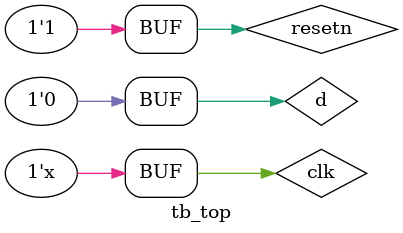
<source format=v>
module tb_top ();

	reg clk;
	reg resetn;
	reg d;
	wire q;

	// Instantiate the design
	d_ff  d_ff0 (.clk (clk),
		       	 .resetn (resetn),
		       	 .d (d),
		       	 .q (q));

	// Create a clock
	always #10 clk <= ~clk;

	initial begin
		resetn <= 0;
		d <= 0;

		#10 resetn <= 1;
		#5      d <= 1;
		#8      d <= 0;
		#2      d <= 1;
		#10     d <= 0;
	end

endmodule
</source>
